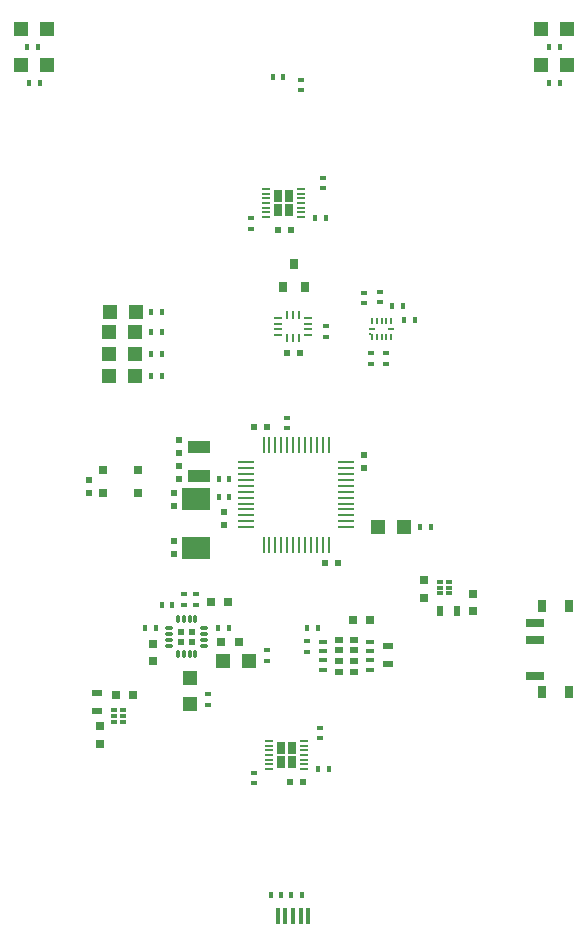
<source format=gbr>
G04 #@! TF.FileFunction,Paste,Top*
%FSLAX46Y46*%
G04 Gerber Fmt 4.6, Leading zero omitted, Abs format (unit mm)*
G04 Created by KiCad (PCBNEW 4.0.7-e2-6376~58~ubuntu16.04.1) date Mon Apr 16 03:32:28 2018*
%MOMM*%
%LPD*%
G01*
G04 APERTURE LIST*
%ADD10C,0.100000*%
%ADD11R,0.700000X0.250000*%
%ADD12R,0.690000X0.975000*%
%ADD13R,0.800000X0.750000*%
%ADD14R,0.600000X0.500000*%
%ADD15R,0.500000X0.600000*%
%ADD16R,0.750000X0.800000*%
%ADD17R,1.200000X1.200000*%
%ADD18R,0.400000X1.350000*%
%ADD19R,0.900000X0.500000*%
%ADD20R,0.500000X0.900000*%
%ADD21R,0.800000X0.900000*%
%ADD22R,0.600000X0.400000*%
%ADD23R,0.400000X0.600000*%
%ADD24R,1.500000X0.700000*%
%ADD25R,0.800000X1.000000*%
%ADD26R,0.650000X0.700000*%
%ADD27R,0.750000X0.350000*%
%ADD28R,0.750000X0.540000*%
%ADD29R,0.250000X0.675000*%
%ADD30R,0.675000X0.250000*%
%ADD31R,0.200000X0.600000*%
%ADD32R,0.600000X0.200000*%
%ADD33R,0.200000X0.150000*%
%ADD34R,1.473200X0.279400*%
%ADD35R,0.279400X1.473200*%
%ADD36R,0.550000X0.300000*%
%ADD37R,0.520000X0.300000*%
%ADD38O,0.750000X0.300000*%
%ADD39O,0.300000X0.750000*%
%ADD40R,0.540000X0.540000*%
%ADD41R,1.900000X1.100000*%
%ADD42R,2.400000X1.900000*%
G04 APERTURE END LIST*
D10*
D11*
X149254000Y-112300000D03*
X149254000Y-112700000D03*
X149254000Y-113100000D03*
X149254000Y-113500000D03*
X149254000Y-113900000D03*
X149254000Y-114300000D03*
X146304000Y-114300000D03*
X146304000Y-113900000D03*
X146304000Y-113500000D03*
X146304000Y-113100000D03*
X146304000Y-112700000D03*
X146304000Y-112300000D03*
X146304000Y-114700000D03*
X149254000Y-114700000D03*
D12*
X147334000Y-112912500D03*
X148224000Y-112912500D03*
X148224000Y-114087500D03*
X147334000Y-114087500D03*
D13*
X153630500Y-148844000D03*
X155130500Y-148844000D03*
D14*
X148082000Y-126238000D03*
X149182000Y-126238000D03*
X147341500Y-115824000D03*
X148441500Y-115824000D03*
X148336000Y-162560000D03*
X149436000Y-162560000D03*
D15*
X131318000Y-138049000D03*
X131318000Y-136949000D03*
X138938000Y-133604000D03*
X138938000Y-134704000D03*
X138938000Y-136842500D03*
X138938000Y-135742500D03*
X138493500Y-138049000D03*
X138493500Y-139149000D03*
X138493500Y-143192500D03*
X138493500Y-142092500D03*
D14*
X151257000Y-143954500D03*
X152357000Y-143954500D03*
D15*
X142748000Y-139658000D03*
X142748000Y-140758000D03*
D14*
X145267500Y-132461000D03*
X146367500Y-132461000D03*
D15*
X154622500Y-134810500D03*
X154622500Y-135910500D03*
D16*
X159702500Y-145415000D03*
X159702500Y-146915000D03*
X132207000Y-159297500D03*
X132207000Y-157797500D03*
X163830000Y-146582000D03*
X163830000Y-148082000D03*
D13*
X135064500Y-155130500D03*
X133564500Y-155130500D03*
D16*
X136715500Y-152312500D03*
X136715500Y-150812500D03*
D13*
X143105000Y-147320000D03*
X141605000Y-147320000D03*
X142494000Y-150685500D03*
X143994000Y-150685500D03*
D17*
X155788000Y-140970000D03*
X157988000Y-140970000D03*
X125562000Y-101854000D03*
X127762000Y-101854000D03*
X125562000Y-98806000D03*
X127762000Y-98806000D03*
X171788000Y-98806000D03*
X169588000Y-98806000D03*
X171788000Y-101854000D03*
X169588000Y-101854000D03*
X135232500Y-124460000D03*
X133032500Y-124460000D03*
X135232500Y-126301500D03*
X133032500Y-126301500D03*
X135232500Y-128143000D03*
X133032500Y-128143000D03*
X139827000Y-155956000D03*
X139827000Y-153756000D03*
X144884500Y-152273000D03*
X142684500Y-152273000D03*
D18*
X147290000Y-173910000D03*
X147940000Y-173910000D03*
X148590000Y-173910000D03*
X149240000Y-173910000D03*
X149890000Y-173910000D03*
D19*
X156654500Y-152527000D03*
X156654500Y-151027000D03*
D20*
X162496500Y-148082000D03*
X160996500Y-148082000D03*
D19*
X132016500Y-155015500D03*
X132016500Y-156515500D03*
D21*
X147706000Y-120650000D03*
X149606000Y-120650000D03*
X148656000Y-118650000D03*
D22*
X149796500Y-151511000D03*
X149796500Y-150611000D03*
D23*
X149796500Y-149479000D03*
X150696500Y-149479000D03*
X160274000Y-140970000D03*
X159374000Y-140970000D03*
X149352000Y-172085000D03*
X148452000Y-172085000D03*
X146685000Y-172085000D03*
X147585000Y-172085000D03*
D22*
X151384000Y-123952000D03*
X151384000Y-124852000D03*
X156464000Y-126238000D03*
X156464000Y-127138000D03*
X155194000Y-126238000D03*
X155194000Y-127138000D03*
D23*
X157988000Y-123444000D03*
X158888000Y-123444000D03*
X156972000Y-122187999D03*
X157872000Y-122187999D03*
D22*
X155956000Y-121920000D03*
X155956000Y-121020000D03*
X154600000Y-122000000D03*
X154600000Y-121100000D03*
X145034000Y-114808000D03*
X145034000Y-115708000D03*
D23*
X151384000Y-114808000D03*
X150484000Y-114808000D03*
D22*
X151130000Y-111368000D03*
X151130000Y-112268000D03*
X145288000Y-161729000D03*
X145288000Y-162629000D03*
D23*
X151638000Y-161417000D03*
X150738000Y-161417000D03*
D22*
X150876000Y-157919000D03*
X150876000Y-158819000D03*
D23*
X126238000Y-103378000D03*
X127138000Y-103378000D03*
X127000000Y-100330000D03*
X126100000Y-100330000D03*
X171196000Y-100330000D03*
X170296000Y-100330000D03*
X170296000Y-103378000D03*
X171196000Y-103378000D03*
D22*
X149225000Y-103955000D03*
X149225000Y-103055000D03*
D23*
X146870000Y-102870000D03*
X147770000Y-102870000D03*
X143203500Y-136906000D03*
X142303500Y-136906000D03*
X143198000Y-138366500D03*
X142298000Y-138366500D03*
D22*
X148082000Y-131688000D03*
X148082000Y-132588000D03*
D23*
X137483000Y-124460000D03*
X136583000Y-124460000D03*
X137477500Y-126301500D03*
X136577500Y-126301500D03*
X137477500Y-128143000D03*
X136577500Y-128143000D03*
X136080500Y-149479000D03*
X136980500Y-149479000D03*
D22*
X139319000Y-147516000D03*
X139319000Y-146616000D03*
X141351000Y-155067000D03*
X141351000Y-155967000D03*
D23*
X142240000Y-149479000D03*
X143140000Y-149479000D03*
D22*
X146367500Y-151384000D03*
X146367500Y-152284000D03*
D23*
X138372000Y-147574000D03*
X137472000Y-147574000D03*
D22*
X140398500Y-147521500D03*
X140398500Y-146621500D03*
D24*
X169055000Y-153540000D03*
X169055000Y-150540000D03*
X169055000Y-149040000D03*
D25*
X171915000Y-154940000D03*
X171915000Y-147640000D03*
X169705000Y-147640000D03*
X169705000Y-154940000D03*
D26*
X132495500Y-136149000D03*
X135445500Y-136149000D03*
X132495500Y-138049000D03*
X135445500Y-138049000D03*
D27*
X155130000Y-153035000D03*
X155130000Y-152235000D03*
X155130000Y-151435000D03*
X155130000Y-150635000D03*
X151130000Y-150635000D03*
X151130000Y-151435000D03*
X151130000Y-152235000D03*
X151130000Y-153035000D03*
D28*
X152505000Y-150485000D03*
X152505000Y-151385000D03*
X152505000Y-152285000D03*
X152505000Y-153185000D03*
X153755000Y-150485000D03*
X153755000Y-151385000D03*
X153755000Y-152285000D03*
X153755000Y-153185000D03*
D29*
X148582500Y-122943500D03*
X148082500Y-122943500D03*
X149082500Y-122943500D03*
X148082500Y-124968500D03*
X148582500Y-124968500D03*
X149082500Y-124968500D03*
D30*
X147320000Y-123206000D03*
X147320000Y-123706000D03*
X147320000Y-124206000D03*
X147320000Y-124706000D03*
X149845000Y-124706000D03*
X149845000Y-124206000D03*
X149845000Y-123706000D03*
X149845000Y-123206000D03*
D31*
X155280716Y-124832999D03*
X155680716Y-124832999D03*
X156080716Y-124832999D03*
X156480716Y-124832999D03*
X156880716Y-124832999D03*
D32*
X156880716Y-124182999D03*
D31*
X156880716Y-123532999D03*
X156480716Y-123532999D03*
X156080716Y-123532999D03*
X155680716Y-123532999D03*
X155280716Y-123532999D03*
D32*
X155280716Y-124182999D03*
D33*
X155080716Y-124607999D03*
D11*
X149508000Y-159036000D03*
X149508000Y-159436000D03*
X149508000Y-159836000D03*
X149508000Y-160236000D03*
X149508000Y-160636000D03*
X149508000Y-161036000D03*
X146558000Y-161036000D03*
X146558000Y-160636000D03*
X146558000Y-160236000D03*
X146558000Y-159836000D03*
X146558000Y-159436000D03*
X146558000Y-159036000D03*
X146558000Y-161436000D03*
X149508000Y-161436000D03*
D12*
X147588000Y-159648500D03*
X148478000Y-159648500D03*
X148478000Y-160823500D03*
X147588000Y-160823500D03*
D34*
X144623600Y-135451400D03*
X144623600Y-135951399D03*
X144623600Y-136451401D03*
X144623600Y-136951400D03*
X144623600Y-137451399D03*
X144623600Y-137951400D03*
X144623600Y-138451400D03*
X144623600Y-138951401D03*
X144623600Y-139451400D03*
X144623600Y-139951399D03*
X144623600Y-140451401D03*
X144623600Y-140951400D03*
D35*
X146090000Y-142417800D03*
X146589999Y-142417800D03*
X147090001Y-142417800D03*
X147590000Y-142417800D03*
X148089999Y-142417800D03*
X148590000Y-142417800D03*
X149090000Y-142417800D03*
X149590001Y-142417800D03*
X150090000Y-142417800D03*
X150589999Y-142417800D03*
X151090001Y-142417800D03*
X151590000Y-142417800D03*
D34*
X153056400Y-140951400D03*
X153056400Y-140451401D03*
X153056400Y-139951399D03*
X153056400Y-139451400D03*
X153056400Y-138951401D03*
X153056400Y-138451400D03*
X153056400Y-137951400D03*
X153056400Y-137451399D03*
X153056400Y-136951400D03*
X153056400Y-136451401D03*
X153056400Y-135951399D03*
X153056400Y-135451400D03*
D35*
X151590000Y-133985000D03*
X151090001Y-133985000D03*
X150589999Y-133985000D03*
X150090000Y-133985000D03*
X149590001Y-133985000D03*
X149090000Y-133985000D03*
X148590000Y-133985000D03*
X148089999Y-133985000D03*
X147590000Y-133985000D03*
X147090001Y-133985000D03*
X146589999Y-133985000D03*
X146090000Y-133985000D03*
D36*
X161050986Y-145558002D03*
D37*
X161036000Y-146058001D03*
X161036000Y-146558000D03*
X161775998Y-146558000D03*
X161775998Y-146058001D03*
X161775998Y-145558002D03*
D36*
X133428486Y-156416502D03*
D37*
X133413500Y-156916501D03*
X133413500Y-157416500D03*
X134153498Y-157416500D03*
X134153498Y-156916501D03*
X134153498Y-156416502D03*
D38*
X138098000Y-149491000D03*
X138098000Y-149991000D03*
X138098000Y-150491000D03*
X138098000Y-150991000D03*
D39*
X138823000Y-151716000D03*
X139323000Y-151716000D03*
X139823000Y-151716000D03*
X140323000Y-151716000D03*
D38*
X141048000Y-150991000D03*
X141048000Y-150491000D03*
X141048000Y-149991000D03*
X141048000Y-149491000D03*
D39*
X140323000Y-148766000D03*
X139823000Y-148766000D03*
X139323000Y-148766000D03*
X138823000Y-148766000D03*
D40*
X140023000Y-150691000D03*
X140023000Y-149791000D03*
X139123000Y-150691000D03*
X139123000Y-149791000D03*
D41*
X140589000Y-134152000D03*
X140589000Y-136652000D03*
D42*
X140398500Y-138584500D03*
X140398500Y-142684500D03*
D17*
X135250000Y-122750000D03*
X133050000Y-122750000D03*
D23*
X137450000Y-122750000D03*
X136550000Y-122750000D03*
M02*

</source>
